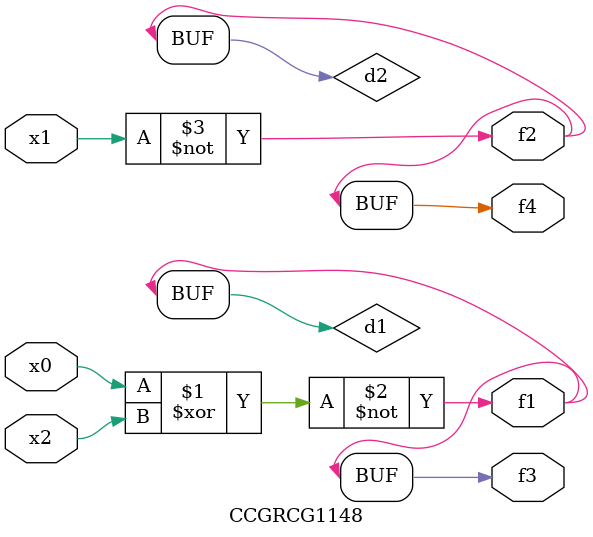
<source format=v>
module CCGRCG1148(
	input x0, x1, x2,
	output f1, f2, f3, f4
);

	wire d1, d2, d3;

	xnor (d1, x0, x2);
	nand (d2, x1);
	nor (d3, x1, x2);
	assign f1 = d1;
	assign f2 = d2;
	assign f3 = d1;
	assign f4 = d2;
endmodule

</source>
